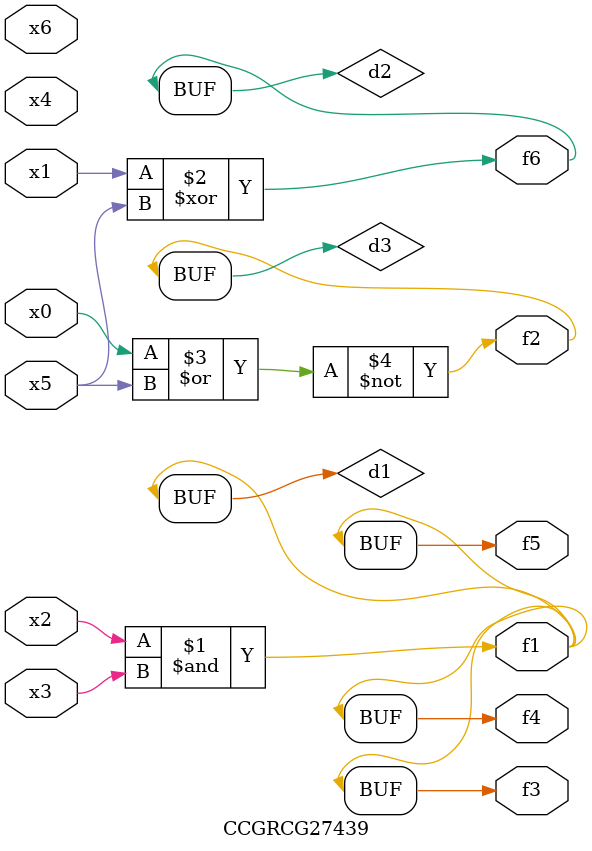
<source format=v>
module CCGRCG27439(
	input x0, x1, x2, x3, x4, x5, x6,
	output f1, f2, f3, f4, f5, f6
);

	wire d1, d2, d3;

	and (d1, x2, x3);
	xor (d2, x1, x5);
	nor (d3, x0, x5);
	assign f1 = d1;
	assign f2 = d3;
	assign f3 = d1;
	assign f4 = d1;
	assign f5 = d1;
	assign f6 = d2;
endmodule

</source>
